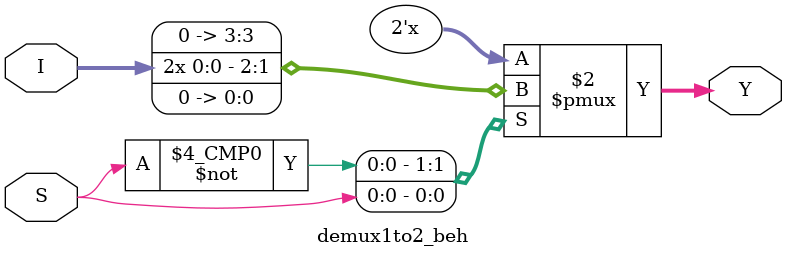
<source format=v>
module demux1to2_beh (
    input I,
    input S,
    output reg [1:0] Y
);
    always @(*) begin
        case (S)
            1'b0: Y = {1'b0, I};  
            1'b1: Y = {I, 1'b0}; 
            default: Y = 2'b00;
        endcase
    end
endmodule


</source>
